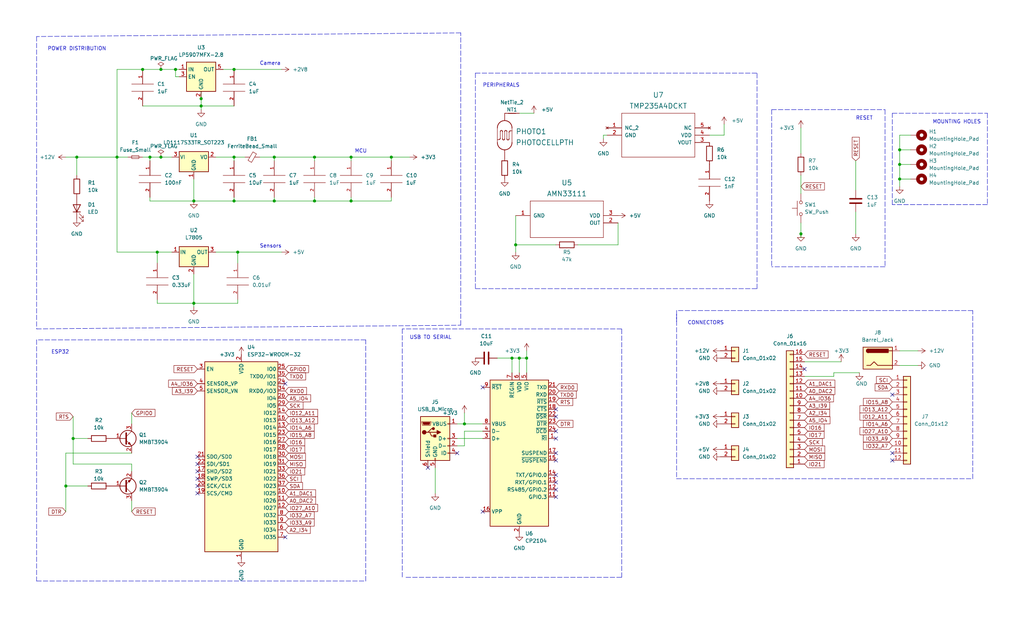
<source format=kicad_sch>
(kicad_sch (version 20211123) (generator eeschema)
  (paper "USLegal")
  (title_block (title "Power Distribution Senior Design") (date "2022-02-22") (rev "1") (comment 1 "By Larissa Phillip"))
  (lib_symbols
    (symbol "Connector:Barrel_Jack" (pin_names (offset 1.016))
      (property "Reference" "J" (at 0 5.334 0))
      (property "Value" "Barrel_Jack" (at 0 -5.08 0))
      (symbol "Barrel_Jack_1_1"
        (pin passive line (at 7.62 2.54 180) (length 2.54) (name "~") (number "1"))
        (pin passive line (at 7.62 -2.54 180) (length 2.54) (name "~") (number "2"))
      )
    )
    (symbol "Connector:USB_B_Micro" (pin_names (offset 1.016))
      (property "Reference" "J" (at -5.08 11.43 0))
      (property "Value" "USB_B_Micro" (at -5.08 8.89 0))
      (symbol "USB_B_Micro_1_1"
        (pin power_out line (at 7.62 5.08 180) (length 2.54) (name "VBUS") (number "1"))
        (pin bidirectional line (at 7.62 -2.54 180) (length 2.54) (name "D-") (number "2"))
        (pin bidirectional line (at 7.62 0 180) (length 2.54) (name "D+") (number "3"))
        (pin passive line (at 7.62 -5.08 180) (length 2.54) (name "ID") (number "4"))
        (pin power_out line (at 0 -10.16 90) (length 2.54) (name "GND") (number "5"))
        (pin passive line (at -2.54 -10.16 90) (length 2.54) (name "Shield") (number "6"))
      )
    )
    (symbol "Connector_Generic:Conn_01x02" (pin_names (offset 1.016) hide)
      (property "Reference" "J" (at 0 2.54 0))
      (property "Value" "Conn_01x02" (at 0 -5.08 0))
      (symbol "Conn_01x02_1_1"
        (pin passive line (at -5.08 0 0) (length 3.81) (name "Pin_1") (number "1"))
        (pin passive line (at -5.08 -2.54 0) (length 3.81) (name "Pin_2") (number "2"))
      )
    )
    (symbol "Connector_Generic:Conn_01x12" (pin_names (offset 1.016) hide)
      (property "Reference" "J" (at 0 15.24 0))
      (property "Value" "Conn_01x12" (at 0 -17.78 0))
      (symbol "Conn_01x12_1_1"
        (pin passive line (at -5.08 12.7 0) (length 3.81) (name "Pin_1") (number "1"))
        (pin passive line (at -5.08 -10.16 0) (length 3.81) (name "Pin_10") (number "10"))
        (pin passive line (at -5.08 -12.7 0) (length 3.81) (name "Pin_11") (number "11"))
        (pin passive line (at -5.08 -15.24 0) (length 3.81) (name "Pin_12") (number "12"))
        (pin passive line (at -5.08 10.16 0) (length 3.81) (name "Pin_2") (number "2"))
        (pin passive line (at -5.08 7.62 0) (length 3.81) (name "Pin_3") (number "3"))
        (pin passive line (at -5.08 5.08 0) (length 3.81) (name "Pin_4") (number "4"))
        (pin passive line (at -5.08 2.54 0) (length 3.81) (name "Pin_5") (number "5"))
        (pin passive line (at -5.08 0 0) (length 3.81) (name "Pin_6") (number "6"))
        (pin passive line (at -5.08 -2.54 0) (length 3.81) (name "Pin_7") (number "7"))
        (pin passive line (at -5.08 -5.08 0) (length 3.81) (name "Pin_8") (number "8"))
        (pin passive line (at -5.08 -7.62 0) (length 3.81) (name "Pin_9") (number "9"))
      )
    )
    (symbol "Connector_Generic:Conn_01x16" (pin_names (offset 1.016) hide)
      (property "Reference" "J" (at 0 20.32 0))
      (property "Value" "Conn_01x16" (at 0 -22.86 0))
      (symbol "Conn_01x16_1_1"
        (pin passive line (at -5.08 17.78 0) (length 3.81) (name "Pin_1") (number "1"))
        (pin passive line (at -5.08 -5.08 0) (length 3.81) (name "Pin_10") (number "10"))
        (pin passive line (at -5.08 -7.62 0) (length 3.81) (name "Pin_11") (number "11"))
        (pin passive line (at -5.08 -10.16 0) (length 3.81) (name "Pin_12") (number "12"))
        (pin passive line (at -5.08 -12.7 0) (length 3.81) (name "Pin_13") (number "13"))
        (pin passive line (at -5.08 -15.24 0) (length 3.81) (name "Pin_14") (number "14"))
        (pin passive line (at -5.08 -17.78 0) (length 3.81) (name "Pin_15") (number "15"))
        (pin passive line (at -5.08 -20.32 0) (length 3.81) (name "Pin_16") (number "16"))
        (pin passive line (at -5.08 15.24 0) (length 3.81) (name "Pin_2") (number "2"))
        (pin passive line (at -5.08 12.7 0) (length 3.81) (name "Pin_3") (number "3"))
        (pin passive line (at -5.08 10.16 0) (length 3.81) (name "Pin_4") (number "4"))
        (pin passive line (at -5.08 7.62 0) (length 3.81) (name "Pin_5") (number "5"))
        (pin passive line (at -5.08 5.08 0) (length 3.81) (name "Pin_6") (number "6"))
        (pin passive line (at -5.08 2.54 0) (length 3.81) (name "Pin_7") (number "7"))
        (pin passive line (at -5.08 0 0) (length 3.81) (name "Pin_8") (number "8"))
        (pin passive line (at -5.08 -2.54 0) (length 3.81) (name "Pin_9") (number "9"))
      )
    )
    (symbol "Device:C" (pin_numbers hide) (pin_names (offset 0.254))
      (property "Reference" "C" (at 0.635 2.54 0))
      (property "Value" "C" (at 0.635 -2.54 0))
      (symbol "C_1_1"
        (pin passive line (at 0 3.81 270) (length 2.794) (name "~") (number "1"))
        (pin passive line (at 0 -3.81 90) (length 2.794) (name "~") (number "2"))
      )
    )
    (symbol "Device:FerriteBead_Small" (pin_numbers hide) (pin_names (offset 0))
      (property "Reference" "FB" (at 1.905 1.27 0))
      (property "Value" "FerriteBead_Small" (at 1.905 -1.27 0))
      (symbol "FerriteBead_Small_1_1"
        (pin passive line (at 0 2.54 270) (length 1.27) (name "~") (number "1"))
        (pin passive line (at 0 -2.54 90) (length 1.27) (name "~") (number "2"))
      )
    )
    (symbol "Device:Fuse_Small" (pin_numbers hide) (pin_names (offset 0.254) hide)
      (property "Reference" "F" (at 0 -1.524 0))
      (property "Value" "Fuse_Small" (at 0 1.524 0))
      (symbol "Fuse_Small_1_1"
        (pin passive line (at -2.54 0 0) (length 1.27) (name "~") (number "1"))
        (pin passive line (at 2.54 0 180) (length 1.27) (name "~") (number "2"))
      )
    )
    (symbol "Device:LED" (pin_numbers hide) (pin_names (offset 1.016) hide)
      (property "Reference" "D" (at 0 2.54 0))
      (property "Value" "LED" (at 0 -2.54 0))
      (symbol "LED_1_1"
        (pin passive line (at -3.81 0 0) (length 2.54) (name "K") (number "1"))
        (pin passive line (at 3.81 0 180) (length 2.54) (name "A") (number "2"))
      )
    )
    (symbol "Device:NetTie_2" (pin_numbers hide) (pin_names (offset 0) hide)
      (property "Reference" "NT" (at 0 1.27 0))
      (property "Value" "NetTie_2" (at 0 -1.27 0))
      (symbol "NetTie_2_1_1"
        (pin passive line (at -2.54 0 0) (length 2.54) (name "1") (number "1"))
        (pin passive line (at 2.54 0 180) (length 2.54) (name "2") (number "2"))
      )
    )
    (symbol "Device:R" (pin_numbers hide) (pin_names (offset 0))
      (property "Reference" "R" (at 2.032 0 90))
      (property "Value" "R" (at 0 0 90))
      (symbol "R_1_1"
        (pin passive line (at 0 3.81 270) (length 1.27) (name "~") (number "1"))
        (pin passive line (at 0 -3.81 90) (length 1.27) (name "~") (number "2"))
      )
    )
    (symbol "Eagle:AMN33111" (pin_names (offset 1.016))
      (property "Reference" "U" (at 15.5956 9.1186 0))
      (property "Value" "AMN33111" (at 14.9606 6.5786 0))
      (symbol "AMN33111_1_0"
        (pin passive line (at 2.54 0 0) (length 5.08) (name "GND") (number "1"))
        (pin output line (at 38.1 -2.54 180) (length 5.08) (name "OUT") (number "2"))
        (pin power_in line (at 38.1 0 180) (length 5.08) (name "VDD") (number "3"))
      )
    )
    (symbol "Eagle:PHOTOCELLPTH" (pin_names (offset 1.016))
      (property "Reference" "PHOTO" (at 0 2.794 0))
      (property "Value" "PHOTOCELLPTH" (at 0 -2.794 0))
      (symbol "PHOTOCELLPTH_1_0"
        (pin bidirectional line (at -7.62 0 0) (length 2.54) (name "P$1") (number "1"))
        (pin bidirectional line (at 7.62 0 180) (length 2.54) (name "P$2") (number "2"))
      )
    )
    (symbol "Eagle:TMP235A4DCKT" (pin_names (offset 1.016))
      (property "Reference" "U" (at 15.5956 9.1186 0))
      (property "Value" "TMP235A4DCKT" (at 14.9606 6.5786 0))
      (symbol "TMP235A4DCKT_1_0"
        (pin no_connect line (at 2.54 0 0) (length 5.08) (name "NC_2") (number "1"))
        (pin passive line (at 2.54 -2.54 0) (length 5.08) (name "GND") (number "2"))
        (pin output line (at 38.1 -5.08 180) (length 5.08) (name "VOUT") (number "3"))
        (pin power_in line (at 38.1 -2.54 180) (length 5.08) (name "VDD") (number "4"))
        (pin no_connect line (at 38.1 0 180) (length 5.08) (name "NC") (number "5"))
      )
    )
    (symbol "Interface_USB:CP2104"
      (property "Reference" "U" (at -5.08 28.575 0))
      (property "Value" "CP2104" (at -5.08 26.67 0))
      (symbol "CP2104_1_1"
        (pin input line (at 12.7 5.08 180) (length 2.54) (name "~{RI}") (number "1"))
        (pin no_connect line (at 10.16 -20.32 180) (length 2.54) hide (name "NC") (number "10"))
        (pin bidirectional line (at 12.7 -15.24 180) (length 2.54) (name "GPIO.3") (number "11"))
        (pin bidirectional line (at 12.7 -12.7 180) (length 2.54) (name "RS485/GPIO.2") (number "12"))
        (pin bidirectional line (at 12.7 -10.16 180) (length 2.54) (name "RXT/GPIO.1") (number "13"))
        (pin bidirectional line (at 12.7 -7.62 180) (length 2.54) (name "TXT/GPIO.0") (number "14"))
        (pin output line (at 12.7 -2.54 180) (length 2.54) (name "~{SUSPEND}") (number "15"))
        (pin passive line (at -12.7 -20.32 0) (length 2.54) (name "VPP") (number "16"))
        (pin output line (at 12.7 0 180) (length 2.54) (name "SUSPEND") (number "17"))
        (pin input line (at 12.7 15.24 180) (length 2.54) (name "~{CTS}") (number "18"))
        (pin output line (at 12.7 17.78 180) (length 2.54) (name "~{RTS}") (number "19"))
        (pin power_in line (at 0 -27.94 90) (length 2.54) (name "GND") (number "2"))
        (pin input line (at 12.7 20.32 180) (length 2.54) (name "RXD") (number "20"))
        (pin output line (at 12.7 22.86 180) (length 2.54) (name "TXD") (number "21"))
        (pin input line (at 12.7 12.7 180) (length 2.54) (name "~{DSR}") (number "22"))
        (pin output line (at 12.7 10.16 180) (length 2.54) (name "~{DTR}") (number "23"))
        (pin input line (at 12.7 7.62 180) (length 2.54) (name "~{DCD}") (number "24"))
        (pin passive line (at 0 -27.94 90) (length 2.54) hide (name "GND") (number "25"))
        (pin bidirectional line (at -12.7 5.08 0) (length 2.54) (name "D+") (number "3"))
        (pin bidirectional line (at -12.7 7.62 0) (length 2.54) (name "D-") (number "4"))
        (pin power_in line (at 2.54 27.94 270) (length 2.54) (name "VIO") (number "5"))
        (pin power_in line (at 0 27.94 270) (length 2.54) (name "VDD") (number "6"))
        (pin power_in line (at -2.54 27.94 270) (length 2.54) (name "REGIN") (number "7"))
        (pin input line (at -12.7 10.16 0) (length 2.54) (name "VBUS") (number "8"))
        (pin bidirectional line (at -12.7 22.86 0) (length 2.54) (name "~{RST}") (number "9"))
      )
    )
    (symbol "Mechanical:MountingHole_Pad" (pin_numbers hide) (pin_names (offset 1.016) hide)
      (property "Reference" "H" (at 0 6.35 0))
      (property "Value" "MountingHole_Pad" (at 0 4.445 0))
      (symbol "MountingHole_Pad_1_1"
        (pin input line (at 0 -2.54 90) (length 2.54) (name "1") (number "1"))
      )
    )
    (symbol "RF_Module:ESP32-WROOM-32"
      (property "Reference" "U" (at -12.7 34.29 0))
      (property "Value" "ESP32-WROOM-32" (at 1.27 34.29 0))
      (symbol "ESP32-WROOM-32_1_1"
        (pin power_in line (at 0 -35.56 90) (length 2.54) (name "GND") (number "1"))
        (pin bidirectional line (at 15.24 -12.7 180) (length 2.54) (name "IO25") (number "10"))
        (pin bidirectional line (at 15.24 -15.24 180) (length 2.54) (name "IO26") (number "11"))
        (pin bidirectional line (at 15.24 -17.78 180) (length 2.54) (name "IO27") (number "12"))
        (pin bidirectional line (at 15.24 10.16 180) (length 2.54) (name "IO14") (number "13"))
        (pin bidirectional line (at 15.24 15.24 180) (length 2.54) (name "IO12") (number "14"))
        (pin passive line (at 0 -35.56 90) (length 2.54) hide (name "GND") (number "15"))
        (pin bidirectional line (at 15.24 12.7 180) (length 2.54) (name "IO13") (number "16"))
        (pin bidirectional line (at -15.24 -5.08 0) (length 2.54) (name "SHD/SD2") (number "17"))
        (pin bidirectional line (at -15.24 -7.62 0) (length 2.54) (name "SWP/SD3") (number "18"))
        (pin bidirectional line (at -15.24 -12.7 0) (length 2.54) (name "SCS/CMD") (number "19"))
        (pin power_in line (at 0 35.56 270) (length 2.54) (name "VDD") (number "2"))
        (pin bidirectional line (at -15.24 -10.16 0) (length 2.54) (name "SCK/CLK") (number "20"))
        (pin bidirectional line (at -15.24 0 0) (length 2.54) (name "SDO/SD0") (number "21"))
        (pin bidirectional line (at -15.24 -2.54 0) (length 2.54) (name "SDI/SD1") (number "22"))
        (pin bidirectional line (at 15.24 7.62 180) (length 2.54) (name "IO15") (number "23"))
        (pin bidirectional line (at 15.24 25.4 180) (length 2.54) (name "IO2") (number "24"))
        (pin bidirectional line (at 15.24 30.48 180) (length 2.54) (name "IO0") (number "25"))
        (pin bidirectional line (at 15.24 20.32 180) (length 2.54) (name "IO4") (number "26"))
        (pin bidirectional line (at 15.24 5.08 180) (length 2.54) (name "IO16") (number "27"))
        (pin bidirectional line (at 15.24 2.54 180) (length 2.54) (name "IO17") (number "28"))
        (pin bidirectional line (at 15.24 17.78 180) (length 2.54) (name "IO5") (number "29"))
        (pin input line (at -15.24 30.48 0) (length 2.54) (name "EN") (number "3"))
        (pin bidirectional line (at 15.24 0 180) (length 2.54) (name "IO18") (number "30"))
        (pin bidirectional line (at 15.24 -2.54 180) (length 2.54) (name "IO19") (number "31"))
        (pin no_connect line (at -12.7 -27.94 0) (length 2.54) hide (name "NC") (number "32"))
        (pin bidirectional line (at 15.24 -5.08 180) (length 2.54) (name "IO21") (number "33"))
        (pin bidirectional line (at 15.24 22.86 180) (length 2.54) (name "RXD0/IO3") (number "34"))
        (pin bidirectional line (at 15.24 27.94 180) (length 2.54) (name "TXD0/IO1") (number "35"))
        (pin bidirectional line (at 15.24 -7.62 180) (length 2.54) (name "IO22") (number "36"))
        (pin bidirectional line (at 15.24 -10.16 180) (length 2.54) (name "IO23") (number "37"))
        (pin passive line (at 0 -35.56 90) (length 2.54) hide (name "GND") (number "38"))
        (pin passive line (at 0 -35.56 90) (length 2.54) hide (name "GND") (number "39"))
        (pin input line (at -15.24 25.4 0) (length 2.54) (name "SENSOR_VP") (number "4"))
        (pin input line (at -15.24 22.86 0) (length 2.54) (name "SENSOR_VN") (number "5"))
        (pin input line (at 15.24 -25.4 180) (length 2.54) (name "IO34") (number "6"))
        (pin input line (at 15.24 -27.94 180) (length 2.54) (name "IO35") (number "7"))
        (pin bidirectional line (at 15.24 -20.32 180) (length 2.54) (name "IO32") (number "8"))
        (pin bidirectional line (at 15.24 -22.86 180) (length 2.54) (name "IO33") (number "9"))
      )
    )
    (symbol "Regulator_Linear:L7805" (pin_names (offset 0.254))
      (property "Reference" "U" (at -3.81 3.175 0))
      (property "Value" "L7805" (at 0 3.175 0))
      (symbol "L7805_1_1"
        (pin power_in line (at -7.62 0 0) (length 2.54) (name "IN") (number "1"))
        (pin power_in line (at 0 -7.62 90) (length 2.54) (name "GND") (number "2"))
        (pin power_out line (at 7.62 0 180) (length 2.54) (name "OUT") (number "3"))
      )
    )
    (symbol "Regulator_Linear:LD1117S33TR_SOT223" (pin_names (offset 0.254))
      (property "Reference" "U" (at -3.81 3.175 0))
      (property "Value" "LD1117S33TR_SOT223" (at 0 3.175 0))
      (symbol "LD1117S33TR_SOT223_1_1"
        (pin power_in line (at 0 -7.62 90) (length 2.54) (name "GND") (number "1"))
        (pin power_out line (at 7.62 0 180) (length 2.54) (name "VO") (number "2"))
        (pin power_in line (at -7.62 0 0) (length 2.54) (name "VI") (number "3"))
      )
    )
    (symbol "Regulator_Linear:LP5907MFX-2.8"
      (property "Reference" "U" (at -3.81 6.35 0))
      (property "Value" "LP5907MFX-2.8" (at 6.35 6.35 0))
      (symbol "LP5907MFX-2.8_0_1"
        (pin power_in line (at -7.62 2.54 0) (length 2.54) (name "IN") (number "1"))
        (pin power_in line (at 0 -7.62 90) (length 2.54) (name "GND") (number "2"))
        (pin input line (at -7.62 0 0) (length 2.54) (name "EN") (number "3"))
        (pin no_connect line (at 5.08 0 180) (length 2.54) hide (name "NC") (number "4"))
        (pin power_out line (at 7.62 2.54 180) (length 2.54) (name "OUT") (number "5"))
      )
    )
    (symbol "Switch:SW_Push" (pin_numbers hide) (pin_names (offset 1.016) hide)
      (property "Reference" "SW" (at 1.27 2.54 0))
      (property "Value" "SW_Push" (at 0 -1.524 0))
      (symbol "SW_Push_0_1"
        (pin passive line (at -5.08 0 0) (length 2.54) (name "1") (number "1"))
        (pin passive line (at 5.08 0 180) (length 2.54) (name "2") (number "2"))
      )
    )
    (symbol "Transistor_BJT:MMBT3904" (pin_names (offset 0) hide)
      (property "Reference" "Q" (at 5.08 1.905 0))
      (property "Value" "MMBT3904" (at 5.08 0 0))
      (symbol "MMBT3904_1_1"
        (pin input line (at -5.08 0 0) (length 5.715) (name "B") (number "1"))
        (pin passive line (at 2.54 -5.08 90) (length 2.54) (name "E") (number "2"))
        (pin passive line (at 2.54 5.08 270) (length 2.54) (name "C") (number "3"))
      )
    )
    (symbol "power:+12V" (power) (pin_names (offset 0))
      (property "Value" "+12V" (at 0 3.556 0))
      (symbol "+12V_1_1"
        (pin power_in line (at 0 0 90) (length 0) hide (name "+12V") (number "1"))
      )
    )
    (symbol "power:+2V8" (power) (pin_names (offset 0))
      (property "Value" "+2V8" (at 0 3.556 0))
      (symbol "+2V8_1_1"
        (pin power_in line (at 0 0 90) (length 0) hide (name "+2V8") (number "1"))
      )
    )
    (symbol "power:+3.3V" (power) (pin_names (offset 0))
      (property "Value" "+3.3V" (at 0 3.556 0))
      (symbol "+3.3V_1_1"
        (pin power_in line (at 0 0 90) (length 0) hide (name "+3V3") (number "1"))
      )
    )
    (symbol "power:+5V" (power) (pin_names (offset 0))
      (property "Value" "+5V" (at 0 3.556 0))
      (symbol "+5V_1_1"
        (pin power_in line (at 0 0 90) (length 0) hide (name "+5V") (number "1"))
      )
    )
    (symbol "power:GND" (power) (pin_names (offset 0))
      (property "Value" "GND" (at 0 -3.81 0))
      (symbol "GND_1_1"
        (pin power_in line (at 0 0 270) (length 0) hide (name "GND") (number "1"))
      )
    )
    (symbol "power:PWR_FLAG" (power) (pin_numbers hide) (pin_names (offset 0) hide)
      (property "Value" "PWR_FLAG" (at 0 3.81 0))
      (symbol "PWR_FLAG_0_0"
        (pin power_out line (at 0 0 90) (length 0) (name "pwr") (number "1"))
      )
    )
    (symbol "pspice:CAP" (pin_names (offset 0.254))
      (property "Reference" "C" (at 2.54 3.81 90))
      (property "Value" "CAP" (at 2.54 -3.81 90))
      (symbol "CAP_1_1"
        (pin passive line (at 0 6.35 270) (length 5.08) (name "~") (number "1"))
        (pin passive line (at 0 -6.35 90) (length 5.08) (name "~") (number "2"))
      )
    )
  )
  (junction (at 121.92 69.85))
  (junction (at 82.55 87.63))
  (junction (at 95.25 54.61))
  (junction (at 312.42 57.15))
  (junction (at 81.28 69.85))
  (junction (at 109.22 69.85))
  (junction (at 177.8 124.46))
  (junction (at 182.88 124.46))
  (junction (at 69.85 34.29))
  (junction (at 54.61 87.63))
  (junction (at 278.13 81.28))
  (junction (at 312.42 62.23))
  (junction (at 67.31 105.41))
  (junction (at 40.64 54.61))
  (junction (at 55.88 54.61))
  (junction (at 55.88 24.13))
  (junction (at 81.28 24.13))
  (junction (at 109.22 54.61))
  (junction (at 161.29 147.32))
  (junction (at 81.28 54.61))
  (junction (at 180.34 124.46))
  (junction (at 95.25 69.85))
  (junction (at 312.42 52.07))
  (junction (at 26.67 54.61))
  (junction (at 135.89 54.61))
  (junction (at 67.31 69.85))
  (junction (at 52.07 54.61))
  (junction (at 22.86 168.91))
  (junction (at 49.53 24.13))
  (junction (at 121.92 54.61))
  (junction (at 179.07 85.09))
  (junction (at 25.4 152.4))
  (junction (at 60.96 24.13))
  (junction (at 69.85 36.83))
  (no_connect (at 309.88 157.48))
  (no_connect (at 309.88 160.02))
  (no_connect (at 148.59 162.56))
  (no_connect (at 99.06 133.35))
  (no_connect (at 99.06 186.69))
  (no_connect (at 68.58 166.37))
  (no_connect (at 68.58 161.29))
  (no_connect (at 68.58 163.83))
  (no_connect (at 68.58 158.75))
  (no_connect (at 193.04 167.64))
  (no_connect (at 193.04 165.1))
  (no_connect (at 193.04 160.02))
  (no_connect (at 193.04 170.18))
  (no_connect (at 167.64 177.8))
  (no_connect (at 193.04 172.72))
  (no_connect (at 193.04 152.4))
  (no_connect (at 193.04 157.48))
  (no_connect (at 167.64 134.62))
  (no_connect (at 193.04 142.24))
  (no_connect (at 193.04 149.86))
  (no_connect (at 279.4 128.27))
  (no_connect (at 193.04 144.78))
  (no_connect (at 68.58 168.91))
  (no_connect (at 68.58 171.45))
  (no_connect (at 158.75 157.48))
  (no_connect (at 309.88 137.16))
  (wire (pts (xy 52.07 55.88) (xy 52.07 54.61)))
  (wire (pts (xy 246.38 46.99) (xy 251.46 46.99)))
  (wire (pts (xy 185.42 39.37) (xy 180.34 39.37)))
  (polyline (pts (xy 12.7 12.7) (xy 12.7 54.61)))
  (wire (pts (xy 40.64 87.63) (xy 54.61 87.63)))
  (wire (pts (xy 210.82 46.99) (xy 209.55 46.99)))
  (wire (pts (xy 95.25 69.85) (xy 109.22 69.85)))
  (wire (pts (xy 289.56 129.54) (xy 298.45 129.54)))
  (wire (pts (xy 82.55 91.44) (xy 82.55 87.63)))
  (wire (pts (xy 69.85 34.29) (xy 69.85 36.83)))
  (wire (pts (xy 121.92 69.85) (xy 109.22 69.85)))
  (wire (pts (xy 45.72 161.29) (xy 45.72 163.83)))
  (wire (pts (xy 81.28 54.61) (xy 85.09 54.61)))
  (wire (pts (xy 49.53 54.61) (xy 52.07 54.61)))
  (wire (pts (xy 22.86 168.91) (xy 30.48 168.91)))
  (wire (pts (xy 135.89 69.85) (xy 121.92 69.85)))
  (wire (pts (xy 177.8 129.54) (xy 177.8 124.46)))
  (wire (pts (xy 45.72 173.99) (xy 45.72 177.8)))
  (wire (pts (xy 158.75 152.4) (xy 167.64 152.4)))
  (wire (pts (xy 49.53 24.13) (xy 55.88 24.13)))
  (wire (pts (xy 60.96 26.67) (xy 60.96 24.13)))
  (wire (pts (xy 55.88 24.13) (xy 60.96 24.13)))
  (polyline (pts (xy 342.9 71.12) (xy 309.88 71.12)))
  (wire (pts (xy 60.96 24.13) (xy 62.23 24.13)))
  (polyline (pts (xy 165.1 25.4) (xy 262.89 25.4)))
  (wire (pts (xy 54.61 87.63) (xy 59.69 87.63)))
  (wire (pts (xy 151.13 162.56) (xy 151.13 171.45)))
  (wire (pts (xy 81.28 54.61) (xy 81.28 55.88)))
  (wire (pts (xy 49.53 24.13) (xy 40.64 24.13)))
  (wire (pts (xy 251.46 46.99) (xy 251.46 43.18)))
  (polyline (pts (xy 215.9 200.66) (xy 215.9 114.3)))
  (wire (pts (xy 77.47 24.13) (xy 81.28 24.13)))
  (wire (pts (xy 81.28 68.58) (xy 81.28 69.85)))
  (wire (pts (xy 161.29 154.94) (xy 161.29 149.86)))
  (wire (pts (xy 25.4 161.29) (xy 25.4 152.4)))
  (wire (pts (xy 90.17 54.61) (xy 95.25 54.61)))
  (polyline (pts (xy 12.7 114.3) (xy 160.02 113.03)))
  (wire (pts (xy 69.85 36.83) (xy 81.28 36.83)))
  (wire (pts (xy 74.93 87.63) (xy 82.55 87.63)))
  (wire (pts (xy 67.31 106.68) (xy 67.31 105.41)))
  (wire (pts (xy 161.29 143.51) (xy 161.29 147.32)))
  (polyline (pts (xy 262.89 100.33) (xy 262.89 25.4)))
  (wire (pts (xy 312.42 52.07) (xy 316.23 52.07)))
  (wire (pts (xy 121.92 54.61) (xy 135.89 54.61)))
  (wire (pts (xy 121.92 68.58) (xy 121.92 69.85)))
  (wire (pts (xy 55.88 54.61) (xy 59.69 54.61)))
  (polyline (pts (xy 267.97 38.1) (xy 267.97 92.71)))
  (polyline (pts (xy 234.95 166.37) (xy 337.82 166.37)))
  (wire (pts (xy 279.4 130.81) (xy 289.56 130.81)))
  (wire (pts (xy 312.42 52.07) (xy 312.42 46.99)))
  (wire (pts (xy 179.07 85.09) (xy 179.07 87.63)))
  (polyline (pts (xy 12.7 118.11) (xy 12.7 201.93)))
  (wire (pts (xy 74.93 54.61) (xy 81.28 54.61)))
  (wire (pts (xy 109.22 68.58) (xy 109.22 69.85)))
  (polyline (pts (xy 342.9 39.37) (xy 342.9 71.12)))
  (wire (pts (xy 95.25 68.58) (xy 95.25 69.85)))
  (wire (pts (xy 81.28 69.85) (xy 67.31 69.85)))
  (wire (pts (xy 95.25 69.85) (xy 81.28 69.85)))
  (wire (pts (xy 278.13 44.45) (xy 278.13 53.34)))
  (wire (pts (xy 67.31 62.23) (xy 67.31 69.85)))
  (wire (pts (xy 214.63 85.09) (xy 200.66 85.09)))
  (wire (pts (xy 289.56 130.81) (xy 289.56 129.54)))
  (wire (pts (xy 69.85 36.83) (xy 69.85 38.1)))
  (wire (pts (xy 26.67 60.96) (xy 26.67 54.61)))
  (wire (pts (xy 161.29 149.86) (xy 167.64 149.86)))
  (wire (pts (xy 67.31 105.41) (xy 82.55 105.41)))
  (wire (pts (xy 40.64 54.61) (xy 44.45 54.61)))
  (wire (pts (xy 52.07 54.61) (xy 55.88 54.61)))
  (polyline (pts (xy 337.82 166.37) (xy 337.82 107.95)))
  (wire (pts (xy 109.22 54.61) (xy 109.22 55.88)))
  (wire (pts (xy 67.31 95.25) (xy 67.31 105.41)))
  (polyline (pts (xy 215.9 114.3) (xy 139.7 114.3)))
  (wire (pts (xy 109.22 54.61) (xy 121.92 54.61)))
  (polyline (pts (xy 337.82 107.95) (xy 234.95 107.95)))
  (polyline (pts (xy 127 201.93) (xy 127 118.11)))
  (wire (pts (xy 182.88 121.92) (xy 182.88 124.46)))
  (polyline (pts (xy 309.88 54.61) (xy 309.88 39.37)))
  (wire (pts (xy 82.55 105.41) (xy 82.55 104.14)))
  (wire (pts (xy 26.67 54.61) (xy 40.64 54.61)))
  (wire (pts (xy 158.75 154.94) (xy 161.29 154.94)))
  (polyline (pts (xy 309.88 71.12) (xy 309.88 54.61)))
  (polyline (pts (xy 140.97 200.66) (xy 215.9 200.66)))
  (wire (pts (xy 279.4 125.73) (xy 292.1 125.73)))
  (polyline (pts (xy 12.7 54.61) (xy 12.7 114.3)))
  (wire (pts (xy 297.18 73.66) (xy 297.18 81.28)))
  (wire (pts (xy 172.72 124.46) (xy 177.8 124.46)))
  (wire (pts (xy 278.13 77.47) (xy 278.13 81.28)))
  (wire (pts (xy 40.64 87.63) (xy 40.64 54.61)))
  (wire (pts (xy 278.13 60.96) (xy 278.13 67.31)))
  (wire (pts (xy 161.29 147.32) (xy 167.64 147.32)))
  (wire (pts (xy 95.25 54.61) (xy 109.22 54.61)))
  (polyline (pts (xy 234.95 109.22) (xy 234.95 166.37)))
  (wire (pts (xy 312.42 46.99) (xy 316.23 46.99)))
  (wire (pts (xy 22.86 168.91) (xy 22.86 177.8)))
  (polyline (pts (xy 160.02 113.03) (xy 160.02 11.43)))
  (polyline (pts (xy 307.34 92.71) (xy 267.97 92.71)))
  (wire (pts (xy 22.86 157.48) (xy 22.86 168.91)))
  (polyline (pts (xy 12.7 201.93) (xy 127 201.93)))
  (wire (pts (xy 54.61 105.41) (xy 67.31 105.41)))
  (wire (pts (xy 209.55 46.99) (xy 209.55 48.26)))
  (wire (pts (xy 180.34 124.46) (xy 180.34 129.54)))
  (polyline (pts (xy 309.88 39.37) (xy 342.9 39.37)))
  (wire (pts (xy 135.89 54.61) (xy 135.89 55.88)))
  (polyline (pts (xy 165.1 25.4) (xy 165.1 100.33)))
  (wire (pts (xy 52.07 69.85) (xy 67.31 69.85)))
  (wire (pts (xy 158.75 147.32) (xy 161.29 147.32)))
  (wire (pts (xy 69.85 31.75) (xy 69.85 34.29)))
  (polyline (pts (xy 267.97 38.1) (xy 307.34 38.1)))
  (wire (pts (xy 45.72 143.51) (xy 45.72 147.32)))
  (wire (pts (xy 312.42 64.77) (xy 312.42 62.23)))
  (wire (pts (xy 312.42 62.23) (xy 316.23 62.23)))
  (wire (pts (xy 45.72 161.29) (xy 25.4 161.29)))
  (wire (pts (xy 177.8 124.46) (xy 180.34 124.46)))
  (wire (pts (xy 214.63 77.47) (xy 214.63 85.09)))
  (wire (pts (xy 135.89 54.61) (xy 142.24 54.61)))
  (wire (pts (xy 180.34 124.46) (xy 182.88 124.46)))
  (wire (pts (xy 54.61 91.44) (xy 54.61 87.63)))
  (wire (pts (xy 312.42 127) (xy 318.77 127)))
  (wire (pts (xy 278.13 81.28) (xy 278.13 82.55)))
  (polyline (pts (xy 139.7 114.3) (xy 139.7 200.66)))
  (wire (pts (xy 22.86 54.61) (xy 26.67 54.61)))
  (wire (pts (xy 25.4 152.4) (xy 30.48 152.4)))
  (wire (pts (xy 179.07 85.09) (xy 193.04 85.09)))
  (wire (pts (xy 312.42 121.92) (xy 318.77 121.92)))
  (wire (pts (xy 95.25 54.61) (xy 95.25 55.88)))
  (wire (pts (xy 49.53 36.83) (xy 69.85 36.83)))
  (wire (pts (xy 312.42 57.15) (xy 312.42 52.07)))
  (polyline (pts (xy 309.88 54.61) (xy 309.88 54.61)))
  (polyline (pts (xy 127 118.11) (xy 12.7 118.11)))
  (wire (pts (xy 312.42 62.23) (xy 312.42 57.15)))
  (wire (pts (xy 25.4 144.78) (xy 25.4 152.4)))
  (polyline (pts (xy 160.02 11.43) (xy 12.7 12.7)))
  (wire (pts (xy 45.72 157.48) (xy 22.86 157.48)))
  (wire (pts (xy 179.07 74.93) (xy 179.07 85.09)))
  (wire (pts (xy 81.28 24.13) (xy 97.79 24.13)))
  (wire (pts (xy 62.23 26.67) (xy 60.96 26.67)))
  (wire (pts (xy 135.89 68.58) (xy 135.89 69.85)))
  (wire (pts (xy 312.42 57.15) (xy 316.23 57.15)))
  (polyline (pts (xy 165.1 100.33) (xy 262.89 100.33)))
  (wire (pts (xy 52.07 68.58) (xy 52.07 69.85)))
  (wire (pts (xy 297.18 55.88) (xy 297.18 66.04)))
  (polyline (pts (xy 234.95 107.95) (xy 234.95 111.76)))
  (wire (pts (xy 54.61 104.14) (xy 54.61 105.41)))
  (wire (pts (xy 40.64 24.13) (xy 40.64 54.61)))
  (wire (pts (xy 182.88 124.46) (xy 182.88 129.54)))
  (polyline (pts (xy 307.34 38.1) (xy 307.34 92.71)))
  (wire (pts (xy 121.92 54.61) (xy 121.92 55.88)))
  (wire (pts (xy 82.55 87.63) (xy 97.79 87.63)))
  (text "RESET" (at 297.18 41.91 0) (effects (font (size 1.27 1.27)) (justify left bottom)))
  (text "POWER DISTRIBUTION" (at 16.51 17.78 0) (effects (font (size 1.27 1.27)) (justify left bottom)))
  (text "ESP32" (at 17.78 123.19 0) (effects (font (size 1.27 1.27)) (justify left bottom)))
  (text "PERIPHERALS" (at 167.64 30.48 0) (effects (font (size 1.27 1.27)) (justify left bottom)))
  (text "CONNECTORS" (at 238.76 113.03 0) (effects (font (size 1.27 1.27)) (justify left bottom)))
  (text "MCU" (at 123.19 53.34 0) (effects (font (size 1.27 1.27)) (justify left bottom)))
  (text "USB TO SERIAL" (at 142.24 118.11 0) (effects (font (size 1.27 1.27)) (justify left bottom)))
  (text "Sensors" (at 90.17 86.36 0) (effects (font (size 1.27 1.27)) (justify left bottom)))
  (text "Camera" (at 90.17 22.86 0) (effects (font (size 1.27 1.27)) (justify left bottom)))
  (text "MOUNTING HOLES\n" (at 323.85 43.18 0) (effects (font (size 1.27 1.27)) (justify left bottom)))
  (global_label "IO17" (shape input) (at 99.06 156.21 0) (property "Intersheet References" "${INTERSHEET_REFS}" (effects hide)))
  (global_label "DTR" (shape input) (at 193.04 147.32 0) (property "Intersheet References" "${INTERSHEET_REFS}" (effects hide)))
  (global_label "SCI" (shape input) (at 309.88 132.08 180) (property "Intersheet References" "${INTERSHEET_REFS}" (effects hide)))
  (global_label "IO32_A7" (shape input) (at 99.06 179.07 0) (property "Intersheet References" "${INTERSHEET_REFS}" (effects hide)))
  (global_label "IO16" (shape input) (at 279.4 148.59 0) (property "Intersheet References" "${INTERSHEET_REFS}" (effects hide)))
  (global_label "IO12_A11" (shape input) (at 309.88 144.78 180) (property "Intersheet References" "${INTERSHEET_REFS}" (effects hide)))
  (global_label "RESET" (shape input) (at 45.72 177.8 0) (property "Intersheet References" "${INTERSHEET_REFS}" (effects hide)))
  (global_label "A4_IO36" (shape input) (at 279.4 138.43 0) (property "Intersheet References" "${INTERSHEET_REFS}" (effects hide)))
  (global_label "A5_IO4" (shape input) (at 99.06 138.43 0) (property "Intersheet References" "${INTERSHEET_REFS}" (effects hide)))
  (global_label "A0_DAC2" (shape input) (at 99.06 173.99 0) (property "Intersheet References" "${INTERSHEET_REFS}" (effects hide)))
  (global_label "IO21" (shape input) (at 99.06 163.83 0) (property "Intersheet References" "${INTERSHEET_REFS}" (effects hide)))
  (global_label "IO12_A11" (shape input) (at 99.06 143.51 0) (property "Intersheet References" "${INTERSHEET_REFS}" (effects hide)))
  (global_label "A2_I34" (shape input) (at 99.06 184.15 0) (property "Intersheet References" "${INTERSHEET_REFS}" (effects hide)))
  (global_label "IO17" (shape input) (at 279.4 151.13 0) (property "Intersheet References" "${INTERSHEET_REFS}" (effects hide)))
  (global_label "IO13_A12" (shape input) (at 309.88 142.24 180) (property "Intersheet References" "${INTERSHEET_REFS}" (effects hide)))
  (global_label "MOSI" (shape input) (at 99.06 158.75 0) (property "Intersheet References" "${INTERSHEET_REFS}" (effects hide)))
  (global_label "IO27_A10" (shape input) (at 99.06 176.53 0) (property "Intersheet References" "${INTERSHEET_REFS}" (effects hide)))
  (global_label "IO14_A6" (shape input) (at 99.06 148.59 0) (property "Intersheet References" "${INTERSHEET_REFS}" (effects hide)))
  (global_label "TXD0" (shape input) (at 99.06 130.81 0) (property "Intersheet References" "${INTERSHEET_REFS}" (effects hide)))
  (global_label "A1_DAC1" (shape input) (at 279.4 133.35 0) (property "Intersheet References" "${INTERSHEET_REFS}" (effects hide)))
  (global_label "A3_I39" (shape input) (at 279.4 140.97 0) (property "Intersheet References" "${INTERSHEET_REFS}" (effects hide)))
  (global_label "IO16" (shape input) (at 99.06 153.67 0) (property "Intersheet References" "${INTERSHEET_REFS}" (effects hide)))
  (global_label "MISO" (shape input) (at 99.06 161.29 0) (property "Intersheet References" "${INTERSHEET_REFS}" (effects hide)))
  (global_label "SDA" (shape input) (at 99.06 168.91 0) (property "Intersheet References" "${INTERSHEET_REFS}" (effects hide)))
  (global_label "RXD0" (shape input) (at 193.04 134.62 0) (property "Intersheet References" "${INTERSHEET_REFS}" (effects hide)))
  (global_label "RESET" (shape input) (at 278.13 64.77 0) (property "Intersheet References" "${INTERSHEET_REFS}" (effects hide)))
  (global_label "IO27_A10" (shape input) (at 309.88 149.86 180) (property "Intersheet References" "${INTERSHEET_REFS}" (effects hide)))
  (global_label "SCK" (shape input) (at 279.4 153.67 0) (property "Intersheet References" "${INTERSHEET_REFS}" (effects hide)))
  (global_label "RTS" (shape input) (at 193.04 139.7 0) (property "Intersheet References" "${INTERSHEET_REFS}" (effects hide)))
  (global_label "IO15_A8" (shape input) (at 309.88 139.7 180) (property "Intersheet References" "${INTERSHEET_REFS}" (effects hide)))
  (global_label "TXD0" (shape input) (at 193.04 137.16 0) (property "Intersheet References" "${INTERSHEET_REFS}" (effects hide)))
  (global_label "GPIO0" (shape input) (at 99.06 128.27 0) (property "Intersheet References" "${INTERSHEET_REFS}" (effects hide)))
  (global_label "IO14_A6" (shape input) (at 309.88 147.32 180) (property "Intersheet References" "${INTERSHEET_REFS}" (effects hide)))
  (global_label "DTR" (shape input) (at 22.86 177.8 180) (property "Intersheet References" "${INTERSHEET_REFS}" (effects hide)))
  (global_label "SDA" (shape input) (at 309.88 134.62 180) (property "Intersheet References" "${INTERSHEET_REFS}" (effects hide)))
  (global_label "A2_I34" (shape input) (at 279.4 143.51 0) (property "Intersheet References" "${INTERSHEET_REFS}" (effects hide)))
  (global_label "IO33_A9" (shape input) (at 309.88 152.4 180) (property "Intersheet References" "${INTERSHEET_REFS}" (effects hide)))
  (global_label "MISO" (shape input) (at 279.4 158.75 0) (property "Intersheet References" "${INTERSHEET_REFS}" (effects hide)))
  (global_label "MOSI" (shape input) (at 279.4 156.21 0) (property "Intersheet References" "${INTERSHEET_REFS}" (effects hide)))
  (global_label "IO15_A8" (shape input) (at 99.06 151.13 0) (property "Intersheet References" "${INTERSHEET_REFS}" (effects hide)))
  (global_label "A3_I39" (shape input) (at 68.58 135.89 180) (property "Intersheet References" "${INTERSHEET_REFS}" (effects hide)))
  (global_label "IO21" (shape input) (at 279.4 161.29 0) (property "Intersheet References" "${INTERSHEET_REFS}" (effects hide)))
  (global_label "A1_DAC1" (shape input) (at 99.06 171.45 0) (property "Intersheet References" "${INTERSHEET_REFS}" (effects hide)))
  (global_label "IO32_A7" (shape input) (at 309.88 154.94 180) (property "Intersheet References" "${INTERSHEET_REFS}" (effects hide)))
  (global_label "A0_DAC2" (shape input) (at 279.4 135.89 0) (property "Intersheet References" "${INTERSHEET_REFS}" (effects hide)))
  (global_label "A4_IO36" (shape input) (at 68.58 133.35 180) (property "Intersheet References" "${INTERSHEET_REFS}" (effects hide)))
  (global_label "SCK" (shape input) (at 99.06 140.97 0) (property "Intersheet References" "${INTERSHEET_REFS}" (effects hide)))
  (global_label "A5_IO4" (shape input) (at 279.4 146.05 0) (property "Intersheet References" "${INTERSHEET_REFS}" (effects hide)))
  (global_label "RTS" (shape input) (at 25.4 144.78 180) (property "Intersheet References" "${INTERSHEET_REFS}" (effects hide)))
  (global_label "RESET" (shape input) (at 297.18 55.88 90) (property "Intersheet References" "${INTERSHEET_REFS}" (effects hide)))
  (global_label "RESET" (shape input) (at 68.58 128.27 180) (property "Intersheet References" "${INTERSHEET_REFS}" (effects hide)))
  (global_label "GPIO0" (shape input) (at 45.72 143.51 0) (property "Intersheet References" "${INTERSHEET_REFS}" (effects hide)))
  (global_label "RESET" (shape input) (at 279.4 123.19 0) (property "Intersheet References" "${INTERSHEET_REFS}" (effects hide)))
  (global_label "IO33_A9" (shape input) (at 99.06 181.61 0) (property "Intersheet References" "${INTERSHEET_REFS}" (effects hide)))
  (global_label "SCI" (shape input) (at 99.06 166.37 0) (property "Intersheet References" "${INTERSHEET_REFS}" (effects hide)))
  (global_label "RXD0" (shape input) (at 99.06 135.89 0) (property "Intersheet References" "${INTERSHEET_REFS}" (effects hide)))
  (global_label "IO13_A12" (shape input) (at 99.06 146.05 0) (property "Intersheet References" "${INTERSHEET_REFS}" (effects hide)))
  (symbol (lib_id "Device:FerriteBead_Small") (at 87.63 54.61 90) (unit 1)
    (property "Reference" "FB1" (at 87.5919 48.26 90))
    (property "Value" "FerriteBead_Small" (at 87.5919 50.8 90))
    (property "Footprint" "Inductor_SMD:L_0805_2012Metric" (effects hide))
  )
  (symbol (lib_id "Device:Fuse_Small") (at 46.99 54.61 0) (unit 1)
    (property "Reference" "F1" (at 46.99 49.53 0))
    (property "Value" "Fuse_Small" (at 46.99 52.07 0))
    (property "Footprint" "Fuse:Fuse_1206_3216Metric" (effects hide))
  )
  (symbol (lib_id "power:+5V") (at 97.79 87.63 270) (unit 1)
    (property "Reference" "#PWR06" (effects hide))
    (property "Value" "+5V" (at 101.6 87.6299 90) (effects (justify left)))
  )
  (symbol (lib_id "pspice:CAP") (at 54.61 97.79 0) (unit 1)
    (property "Reference" "C3" (at 59.69 96.5199 0) (effects (justify left)))
    (property "Value" "0.33uF" (at 59.69 99.0599 0) (effects (justify left)))
    (property "Footprint" "Capacitor_SMD:C_0603_1608Metric" (effects hide))
  )
  (symbol (lib_id "Device:R") (at 34.29 152.4 270) (unit 1)
    (property "Reference" "R2" (at 34.29 146.05 90))
    (property "Value" "10k" (at 34.29 148.59 90))
    (property "Footprint" "Resistor_SMD:R_0402_1005Metric" (effects hide))
  )
  (symbol (lib_id "Device:NetTie_2") (at 177.8 39.37 0) (unit 1)
    (property "Reference" "NT1" (at 177.8 38.1 0))
    (property "Value" "NetTie_2" (at 177.8 35.56 0))
    (property "Footprint" "NetTie:NetTie-2_SMD_Pad2.0mm" (effects hide))
  )
  (symbol (lib_id "power:PWR_FLAG") (at 55.88 54.61 0) (unit 1)
    (property "Reference" "#FLG0101" (effects hide))
    (property "Value" "PWR_FLAG" (at 52.07 50.8 0) (effects (justify left)))
  )
  (symbol (lib_id "power:GND") (at 151.13 171.45 0) (unit 1)
    (property "Reference" "#PWR0112" (effects hide))
    (property "Value" "GND" (at 151.13 176.53 0))
  )
  (symbol (lib_id "power:+3.3V") (at 182.88 121.92 0) (unit 1)
    (property "Reference" "#PWR017" (effects hide))
    (property "Value" "+3.3V" (at 175.26 121.92 0) (effects (justify left)))
  )
  (symbol (lib_id "power:+2V8") (at 250.19 133.35 90) (unit 1)
    (property "Reference" "#PWR0107" (effects hide))
    (property "Value" "+2V8" (at 246.38 133.3499 90) (effects (justify left)))
  )
  (symbol (lib_id "power:GND") (at 250.19 135.89 270) (mirror x) (unit 1)
    (property "Reference" "#PWR0110" (effects hide))
    (property "Value" "GND" (at 242.57 135.89 90) (effects (justify left)))
  )
  (symbol (lib_id "Eagle:PHOTOCELLPTH") (at 175.26 46.99 90) (unit 1)
    (property "Reference" "PHOTO1" (at 179.07 45.72 90) (effects (font (size 1.778 1.778)) (justify right)))
    (property "Value" "PHOTOCELLPTH" (at 179.07 49.53 90) (effects (font (size 1.778 1.778)) (justify right)))
    (property "Footprint" "kicadperiph:PHOTOCELL-KIT" (effects hide))
  )
  (symbol (lib_id "Transistor_BJT:MMBT3904") (at 43.18 152.4 0) (unit 1)
    (property "Reference" "Q1" (at 48.26 151.1299 0) (effects (justify left)))
    (property "Value" "MMBT3904" (at 48.26 153.6699 0) (effects (justify left)))
    (property "Footprint" "Package_TO_SOT_SMD:SOT-23" (effects hide))
    (property "Datasheet" "https://www.onsemi.com/pub/Collateral/2N3903-D.PDF" (effects hide))
  )
  (symbol (lib_id "Connector_Generic:Conn_01x02") (at 255.27 156.21 0) (unit 1)
    (property "Reference" "J4" (at 257.81 156.2099 0) (effects (justify left)))
    (property "Value" "Conn_01x02" (at 257.81 158.7499 0) (effects (justify left)))
    (property "Footprint" "Connector_PinHeader_2.54mm:PinHeader_1x02_P2.54mm_Vertical" (effects hide))
  )
  (symbol (lib_id "power:GND") (at 69.85 38.1 0) (unit 1)
    (property "Reference" "#PWR02" (effects hide))
    (property "Value" "GND" (at 69.85 43.18 0))
  )
  (symbol (lib_id "power:+12V") (at 318.77 121.92 270) (unit 1)
    (property "Reference" "#PWR0101" (effects hide))
    (property "Value" "+12V" (at 322.58 121.92 90) (effects (justify left)))
  )
  (symbol (lib_id "Device:R") (at 196.85 85.09 90) (unit 1)
    (property "Reference" "R5" (at 196.85 87.63 90))
    (property "Value" "47k" (at 196.85 90.17 90))
    (property "Footprint" "Resistor_SMD:R_1206_3216Metric" (effects hide))
  )
  (symbol (lib_id "power:GND") (at 278.13 81.28 0) (unit 1)
    (property "Reference" "#PWR023" (effects hide))
    (property "Value" "GND" (at 278.13 86.36 0))
  )
  (symbol (lib_id "Regulator_Linear:LD1117S33TR_SOT223") (at 67.31 54.61 0) (unit 1)
    (property "Reference" "U1" (at 67.31 46.99 0))
    (property "Value" "LD1117S33TR_SOT223" (at 67.31 49.53 0))
    (property "Footprint" "Package_TO_SOT_SMD:SOT-223" (effects hide))
    (property "Datasheet" "http://www.st.com/st-web-ui/static/active/en/resource/technical/document/datasheet/CD00000544.pdf" (effects hide))
  )
  (symbol (lib_id "pspice:CAP") (at 82.55 97.79 0) (unit 1)
    (property "Reference" "C6" (at 87.63 96.5199 0) (effects (justify left)))
    (property "Value" "0.01uF" (at 87.63 99.0599 0) (effects (justify left)))
    (property "Footprint" "Capacitor_SMD:C_01005_0402Metric" (effects hide))
  )
  (symbol (lib_id "pspice:CAP") (at 49.53 30.48 0) (unit 1)
    (property "Reference" "C1" (at 54.61 29.21 0) (effects (justify left)))
    (property "Value" "1uF" (at 54.61 31.75 0) (effects (justify left)))
    (property "Footprint" "Capacitor_SMD:C_1206_3216Metric" (effects hide))
  )
  (symbol (lib_id "power:+12V") (at 22.86 54.61 90) (unit 1)
    (property "Reference" "#PWR03" (effects hide))
    (property "Value" "+12V" (at 19.05 54.6099 90) (effects (justify left)))
  )
  (symbol (lib_id "Device:R") (at 246.38 53.34 180) (unit 1)
    (property "Reference" "R6" (at 248.92 52.0699 0) (effects (justify right)))
    (property "Value" "10k" (at 248.92 54.6099 0) (effects (justify right)))
    (property "Footprint" "Resistor_SMD:R_0402_1005Metric" (effects hide))
  )
  (symbol (lib_id "Interface_USB:CP2104") (at 180.34 157.48 0) (unit 1)
    (property "Reference" "U6" (at 182.3594 185.42 0) (effects (justify left)))
    (property "Value" "CP2104" (at 182.3594 187.96 0) (effects (justify left)))
    (property "Footprint" "Package_DFN_QFN:QFN-24-1EP_4x4mm_P0.5mm_EP2.6x2.6mm" (effects hide))
    (property "Datasheet" "https://www.silabs.com/documents/public/data-sheets/cp2104.pdf" (effects hide))
  )
  (symbol (lib_id "Mechanical:MountingHole_Pad") (at 318.77 46.99 270) (unit 1)
    (property "Reference" "H1" (at 322.58 45.7199 90) (effects (justify left)))
    (property "Value" "MountingHole_Pad" (at 322.58 48.2599 90) (effects (justify left)))
    (property "Footprint" "MountingHole:MountingHole_4.3mm_M4_Pad_Via" (effects hide))
  )
  (symbol (lib_id "Eagle:TMP235A4DCKT") (at 208.28 44.45 0) (unit 1)
    (property "Reference" "U7" (at 228.6 33.02 0) (effects (font (size 1.7526 1.7526))))
    (property "Value" "TMP235A4DCKT" (at 228.6 36.83 0) (effects (font (size 1.7526 1.7526))))
    (property "Footprint" "kicadperiph:DCK5_TEX" (effects hide))
  )
  (symbol (lib_id "Connector:USB_B_Micro") (at 151.13 152.4 0) (unit 1)
    (property "Reference" "J5" (at 151.13 139.7 0))
    (property "Value" "USB_B_Micro" (at 151.13 142.24 0))
    (property "Footprint" "Connector_USB:USB_Micro-B_Wuerth_629105150521" (effects hide))
  )
  (symbol (lib_id "power:GND") (at 298.45 129.54 0) (unit 1)
    (property "Reference" "#PWR025" (effects hide))
    (property "Value" "GND" (at 297.18 133.35 0) (effects (justify left)))
  )
  (symbol (lib_id "Eagle:AMN33111") (at 176.53 74.93 0) (unit 1)
    (property "Reference" "U5" (at 196.85 63.5 0) (effects (font (size 1.7526 1.7526))))
    (property "Value" "AMN33111" (at 196.85 67.31 0) (effects (font (size 1.7526 1.7526))))
    (property "Footprint" "kicadperiph:AMN33111_PAN" (effects hide))
  )
  (symbol (lib_id "pspice:CAP") (at 81.28 62.23 0) (unit 1)
    (property "Reference" "C5" (at 86.36 60.9599 0) (effects (justify left)))
    (property "Value" "10uF" (at 86.36 63.4999 0) (effects (justify left)))
    (property "Footprint" "Capacitor_SMD:C_0805_2012Metric" (effects hide))
  )
  (symbol (lib_id "Connector_Generic:Conn_01x02") (at 255.27 133.35 0) (unit 1)
    (property "Reference" "J2" (at 257.81 133.3499 0) (effects (justify left)))
    (property "Value" "Conn_01x02" (at 257.81 135.8899 0) (effects (justify left)))
    (property "Footprint" "Connector_PinHeader_2.54mm:PinHeader_1x02_P2.54mm_Vertical" (effects hide))
  )
  (symbol (lib_id "Device:C") (at 168.91 124.46 270) (unit 1)
    (property "Reference" "C11" (at 168.91 116.84 90))
    (property "Value" "10uF" (at 168.91 119.38 90))
    (property "Footprint" "Capacitor_SMD:C_0805_2012Metric" (effects hide))
  )
  (symbol (lib_id "pspice:CAP") (at 81.28 30.48 0) (unit 1)
    (property "Reference" "C4" (at 86.36 29.2099 0) (effects (justify left)))
    (property "Value" "1uF" (at 86.36 31.7499 0) (effects (justify left)))
    (property "Footprint" "Capacitor_SMD:C_1206_3216Metric" (effects hide))
  )
  (symbol (lib_id "Connector_Generic:Conn_01x12") (at 314.96 144.78 0) (unit 1)
    (property "Reference" "J7" (at 320.04 144.78 0) (effects (justify left)))
    (property "Value" "Conn_01x12" (at 317.5 147.32 0) (effects (justify left)))
    (property "Footprint" "Connector_PinHeader_2.54mm:PinHeader_1x12_P2.54mm_Vertical" (effects hide))
  )
  (symbol (lib_id "power:GND") (at 83.82 194.31 0) (mirror y) (unit 1)
    (property "Reference" "#PWR08" (effects hide))
    (property "Value" "GND" (at 83.82 201.93 90) (effects (justify left)))
  )
  (symbol (lib_id "pspice:CAP") (at 109.22 62.23 0) (unit 1)
    (property "Reference" "C8" (at 114.3 60.9599 0) (effects (justify left)))
    (property "Value" "1uF" (at 114.3 63.4999 0) (effects (justify left)))
    (property "Footprint" "Capacitor_SMD:C_0805_2012Metric" (effects hide))
  )
  (symbol (lib_id "power:GND") (at 312.42 64.77 0) (unit 1)
    (property "Reference" "#PWR0113" (effects hide))
    (property "Value" "GND" (at 312.42 69.85 0))
  )
  (symbol (lib_id "Switch:SW_Push") (at 278.13 72.39 90) (unit 1)
    (property "Reference" "SW1" (at 279.4 71.1199 90) (effects (justify right)))
    (property "Value" "SW_Push" (at 279.4 73.6599 90) (effects (justify right)))
    (property "Footprint" "Button_Switch_SMD:SW_SPDT_PCM12" (effects hide))
  )
  (symbol (lib_id "power:+2V8") (at 97.79 24.13 270) (unit 1)
    (property "Reference" "#PWR01" (effects hide))
    (property "Value" "+2V8" (at 101.6 24.1299 90) (effects (justify left)))
  )
  (symbol (lib_id "Mechanical:MountingHole_Pad") (at 318.77 52.07 270) (unit 1)
    (property "Reference" "H2" (at 322.58 50.7999 90) (effects (justify left)))
    (property "Value" "MountingHole_Pad" (at 322.58 53.3399 90) (effects (justify left)))
    (property "Footprint" "MountingHole:MountingHole_4.3mm_M4_Pad_Via" (effects hide))
  )
  (symbol (lib_id "power:GND") (at 175.26 62.23 0) (unit 1)
    (property "Reference" "#PWR014" (effects hide))
    (property "Value" "GND" (at 175.26 67.31 0))
  )
  (symbol (lib_id "pspice:CAP") (at 135.89 62.23 0) (unit 1)
    (property "Reference" "C10" (at 140.97 60.9599 0) (effects (justify left)))
    (property "Value" "1uF" (at 140.97 63.4999 0) (effects (justify left)))
    (property "Footprint" "Capacitor_SMD:C_0805_2012Metric" (effects hide))
  )
  (symbol (lib_id "power:GND") (at 179.07 87.63 0) (unit 1)
    (property "Reference" "#PWR015" (effects hide))
    (property "Value" "GND" (at 179.07 92.71 0))
  )
  (symbol (lib_id "Device:LED") (at 26.67 72.39 90) (unit 1)
    (property "Reference" "D1" (at 30.48 71.12 90) (effects (justify right)))
    (property "Value" "LED" (at 30.48 73.66 90) (effects (justify right)))
    (property "Footprint" "LED_THT:LED_D5.0mm" (effects hide))
  )
  (symbol (lib_id "Regulator_Linear:L7805") (at 67.31 87.63 0) (unit 1)
    (property "Reference" "U2" (at 67.31 80.01 0))
    (property "Value" "L7805" (at 67.31 82.55 0))
    (property "Footprint" "L7805CDT-TR:L7805CDT-TR" (effects hide))
    (property "Datasheet" "http://www.st.com/content/ccc/resource/technical/document/datasheet/41/4f/b3/b0/12/d4/47/88/CD00000444.pdf/files/CD00000444.pdf/jcr:content/translations/en.CD00000444.pdf" (effects hide))
  )
  (symbol (lib_id "Device:R") (at 278.13 57.15 0) (unit 1)
    (property "Reference" "R7" (at 280.67 55.8799 0) (effects (justify left)))
    (property "Value" "10k" (at 280.67 58.4199 0) (effects (justify left)))
    (property "Footprint" "Resistor_SMD:R_0402_1005Metric" (effects hide))
  )
  (symbol (lib_id "power:PWR_FLAG") (at 55.88 24.13 0) (unit 1)
    (property "Reference" "#FLG0102" (effects hide))
    (property "Value" "PWR_FLAG" (at 52.07 20.32 0) (effects (justify left)))
  )
  (symbol (lib_id "power:GND") (at 26.67 76.2 0) (unit 1)
    (property "Reference" "#PWR0103" (effects hide))
    (property "Value" "GND" (at 26.67 81.28 0))
  )
  (symbol (lib_id "power:GND") (at 297.18 81.28 0) (unit 1)
    (property "Reference" "#PWR026" (effects hide))
    (property "Value" "GND" (at 297.18 86.36 0))
  )
  (symbol (lib_id "Device:R") (at 26.67 64.77 0) (unit 1)
    (property "Reference" "R1" (at 30.48 63.5 0) (effects (justify left)))
    (property "Value" "10k" (at 30.48 66.04 0) (effects (justify left)))
    (property "Footprint" "Resistor_SMD:R_0201_0603Metric" (effects hide))
  )
  (symbol (lib_id "Device:C") (at 297.18 69.85 0) (unit 1)
    (property "Reference" "C13" (at 300.99 68.5799 0) (effects (justify left)))
    (property "Value" "1uF" (at 300.99 71.1199 0) (effects (justify left)))
    (property "Footprint" "Capacitor_SMD:C_0805_2012Metric" (effects hide))
  )
  (symbol (lib_id "power:+5V") (at 250.19 156.21 90) (unit 1)
    (property "Reference" "#PWR0104" (effects hide))
    (property "Value" "+5V" (at 246.38 156.2099 90) (effects (justify left)))
  )
  (symbol (lib_id "power:+3.3V") (at 161.29 143.51 0) (unit 1)
    (property "Reference" "#PWR010" (effects hide))
    (property "Value" "+3.3V" (at 153.67 143.51 0) (effects (justify left)))
  )
  (symbol (lib_id "power:GND") (at 165.1 124.46 0) (unit 1)
    (property "Reference" "#PWR012" (effects hide))
    (property "Value" "GND" (at 165.1 129.54 0))
  )
  (symbol (lib_id "power:GND") (at 209.55 48.26 0) (unit 1)
    (property "Reference" "#PWR018" (effects hide))
    (property "Value" "GND" (at 209.55 53.34 0))
  )
  (symbol (lib_id "power:+3.3V") (at 83.82 123.19 0) (unit 1)
    (property "Reference" "#PWR04" (effects hide))
    (property "Value" "+3.3V" (at 76.2 123.19 0) (effects (justify left)))
  )
  (symbol (lib_id "Connector:Barrel_Jack") (at 304.8 124.46 0) (unit 1)
    (property "Reference" "J8" (at 304.8 115.57 0))
    (property "Value" "Barrel_Jack" (at 304.8 118.11 0))
    (property "Footprint" "Connector_BarrelJack:BarrelJack_Horizontal" (effects hide))
  )
  (symbol (lib_id "power:GND") (at 67.31 69.85 0) (unit 1)
    (property "Reference" "#PWR05" (effects hide))
    (property "Value" "GND" (at 67.31 74.93 0))
  )
  (symbol (lib_id "pspice:CAP") (at 246.38 63.5 0) (unit 1)
    (property "Reference" "C12" (at 251.46 62.2299 0) (effects (justify left)))
    (property "Value" "1nF" (at 251.46 64.7699 0) (effects (justify left)))
    (property "Footprint" "Capacitor_SMD:C_01005_0402Metric" (effects hide))
  )
  (symbol (lib_id "power:GND") (at 246.38 69.85 0) (unit 1)
    (property "Reference" "#PWR020" (effects hide))
    (property "Value" "GND" (at 246.38 74.93 0))
  )
  (symbol (lib_id "power:GND") (at 67.31 106.68 0) (unit 1)
    (property "Reference" "#PWR07" (effects hide))
    (property "Value" "GND" (at 67.31 111.76 0))
  )
  (symbol (lib_id "Connector_Generic:Conn_01x02") (at 255.27 121.92 0) (unit 1)
    (property "Reference" "J1" (at 257.81 121.9199 0) (effects (justify left)))
    (property "Value" "Conn_01x02" (at 257.81 124.4599 0) (effects (justify left)))
    (property "Footprint" "Connector_PinHeader_2.54mm:PinHeader_1x02_P2.54mm_Vertical" (effects hide))
  )
  (symbol (lib_id "power:+5V") (at 185.42 39.37 0) (unit 1)
    (property "Reference" "#PWR013" (effects hide))
    (property "Value" "+5V" (at 187.96 38.0999 0) (effects (justify left)))
  )
  (symbol (lib_id "power:+3.3V") (at 250.19 144.78 90) (unit 1)
    (property "Reference" "#PWR0111" (effects hide))
    (property "Value" "+3.3V" (at 246.38 144.7799 90) (effects (justify left)))
  )
  (symbol (lib_id "Device:R") (at 34.29 168.91 270) (unit 1)
    (property "Reference" "R3" (at 34.29 163.83 90))
    (property "Value" "10k" (at 34.29 166.37 90))
    (property "Footprint" "Resistor_SMD:R_0402_1005Metric" (effects hide))
  )
  (symbol (lib_id "Mechanical:MountingHole_Pad") (at 318.77 62.23 270) (unit 1)
    (property "Reference" "H4" (at 322.58 60.9599 90) (effects (justify left)))
    (property "Value" "MountingHole_Pad" (at 322.58 63.4999 90) (effects (justify left)))
    (property "Footprint" "MountingHole:MountingHole_4.3mm_M4_Pad_Via" (effects hide))
  )
  (symbol (lib_id "power:GND") (at 250.19 147.32 270) (mirror x) (unit 1)
    (property "Reference" "#PWR0105" (effects hide))
    (property "Value" "GND" (at 242.57 147.32 90) (effects (justify left)))
  )
  (symbol (lib_id "power:+3.3V") (at 292.1 125.73 0) (unit 1)
    (property "Reference" "#PWR024" (effects hide))
    (property "Value" "+3.3V" (at 289.56 121.92 0) (effects (justify left)))
  )
  (symbol (lib_id "Connector_Generic:Conn_01x02") (at 255.27 144.78 0) (unit 1)
    (property "Reference" "J3" (at 257.81 144.7799 0) (effects (justify left)))
    (property "Value" "Conn_01x02" (at 257.81 147.3199 0) (effects (justify left)))
    (property "Footprint" "Connector_PinHeader_2.54mm:PinHeader_1x02_P2.54mm_Vertical" (effects hide))
  )
  (symbol (lib_id "pspice:CAP") (at 121.92 62.23 0) (unit 1)
    (property "Reference" "C9" (at 127 60.9599 0) (effects (justify left)))
    (property "Value" "1uF" (at 127 63.4999 0) (effects (justify left)))
    (property "Footprint" "Capacitor_SMD:C_0805_2012Metric" (effects hide))
  )
  (symbol (lib_id "Device:R") (at 175.26 58.42 0) (unit 1)
    (property "Reference" "R4" (at 177.8 57.1499 0) (effects (justify left)))
    (property "Value" "10k" (at 177.8 59.6899 0) (effects (justify left)))
    (property "Footprint" "Resistor_SMD:R_0402_1005Metric" (effects hide))
  )
  (symbol (lib_id "Transistor_BJT:MMBT3904") (at 43.18 168.91 0) (mirror x) (unit 1)
    (property "Reference" "Q2" (at 48.26 167.6399 0) (effects (justify left)))
    (property "Value" "MMBT3904" (at 48.26 170.1799 0) (effects (justify left)))
    (property "Footprint" "Package_TO_SOT_SMD:SOT-23" (effects hide))
    (property "Datasheet" "https://www.onsemi.com/pub/Collateral/2N3903-D.PDF" (effects hide))
  )
  (symbol (lib_id "power:GND") (at 250.19 158.75 270) (mirror x) (unit 1)
    (property "Reference" "#PWR0106" (effects hide))
    (property "Value" "GND" (at 242.57 158.75 90) (effects (justify left)))
  )
  (symbol (lib_id "Mechanical:MountingHole_Pad") (at 318.77 57.15 270) (unit 1)
    (property "Reference" "H3" (at 322.58 55.8799 90) (effects (justify left)))
    (property "Value" "MountingHole_Pad" (at 322.58 58.4199 90) (effects (justify left)))
    (property "Footprint" "MountingHole:MountingHole_4.3mm_M4_Pad_Via" (effects hide))
  )
  (symbol (lib_id "RF_Module:ESP32-WROOM-32") (at 83.82 158.75 0) (unit 1)
    (property "Reference" "U4" (at 85.8394 120.65 0) (effects (justify left)))
    (property "Value" "ESP32-WROOM-32" (at 85.8394 123.19 0) (effects (justify left)))
    (property "Footprint" "RF_Module:ESP32-WROOM-32" (effects hide))
    (property "Datasheet" "https://www.espressif.com/sites/default/files/documentation/esp32-wroom-32_datasheet_en.pdf" (effects hide))
  )
  (symbol (lib_id "power:+12V") (at 250.19 121.92 90) (mirror x) (unit 1)
    (property "Reference" "#PWR0109" (effects hide))
    (property "Value" "+12V" (at 246.38 121.92 90) (effects (justify left)))
  )
  (symbol (lib_id "power:+5V") (at 251.46 43.18 0) (unit 1)
    (property "Reference" "#PWR021" (effects hide))
    (property "Value" "+5V" (at 254 41.9099 0) (effects (justify left)))
  )
  (symbol (lib_id "power:+5V") (at 214.63 74.93 270) (unit 1)
    (property "Reference" "#PWR019" (effects hide))
    (property "Value" "+5V" (at 218.44 74.9299 90) (effects (justify left)))
  )
  (symbol (lib_id "power:GND") (at 318.77 127 90) (unit 1)
    (property "Reference" "#PWR0102" (effects hide))
    (property "Value" "GND" (at 322.58 126.9999 90) (effects (justify right)))
  )
  (symbol (lib_id "power:GND") (at 250.19 124.46 270) (mirror x) (unit 1)
    (property "Reference" "#PWR0108" (effects hide))
    (property "Value" "GND" (at 242.57 124.46 90) (effects (justify left)))
  )
  (symbol (lib_id "power:+3.3V") (at 142.24 54.61 270) (unit 1)
    (property "Reference" "#PWR09" (effects hide))
    (property "Value" "+3.3V" (at 146.05 54.6099 90) (effects (justify left)))
  )
  (symbol (lib_id "pspice:CAP") (at 52.07 62.23 0) (unit 1)
    (property "Reference" "C2" (at 57.15 60.9599 0) (effects (justify left)))
    (property "Value" "100nF" (at 57.15 63.4999 0) (effects (justify left)))
    (property "Footprint" "Capacitor_SMD:C_0402_1005Metric" (effects hide))
  )
  (symbol (lib_id "power:GND") (at 180.34 185.42 0) (unit 1)
    (property "Reference" "#PWR016" (effects hide))
    (property "Value" "GND" (at 180.34 190.5 0))
  )
  (symbol (lib_id "Regulator_Linear:LP5907MFX-2.8") (at 69.85 26.67 0) (unit 1)
    (property "Reference" "U3" (at 69.85 16.51 0))
    (property "Value" "LP5907MFX-2.8" (at 69.85 19.05 0))
    (property "Footprint" "Package_TO_SOT_SMD:SOT-23-5" (effects hide))
    (property "Datasheet" "http://www.ti.com/lit/ds/symlink/lp5907.pdf" (effects hide))
  )
  (symbol (lib_id "pspice:CAP") (at 95.25 62.23 0) (unit 1)
    (property "Reference" "C7" (at 100.33 60.9599 0) (effects (justify left)))
    (property "Value" "1uF" (at 100.33 63.4999 0) (effects (justify left)))
    (property "Footprint" "Capacitor_SMD:C_0805_2012Metric" (effects hide))
  )
  (symbol (lib_id "power:+3.3V") (at 278.13 44.45 0) (unit 1)
    (property "Reference" "#PWR022" (effects hide))
    (property "Value" "+3.3V" (at 270.51 44.45 0) (effects (justify left)))
  )
  (symbol (lib_id "Connector_Generic:Conn_01x16") (at 274.32 143.51 180) (unit 1)
    (property "Reference" "J6" (at 274.32 116.84 0))
    (property "Value" "Conn_01x16" (at 274.32 119.38 0))
    (property "Footprint" "Connector_PinHeader_2.54mm:PinHeader_1x16_P2.54mm_Vertical" (effects hide))
  )
)
</source>
